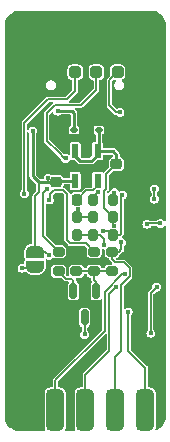
<source format=gbl>
G04 EasyEDA Pro v1.9.28, 2023-01-14 19:19:00*
G04 Gerber Generator version 0.3*%TF.GenerationSoftware,KiCad,Pcbnew,8.0.1*%
%TF.CreationDate,2024-08-06T23:31:19+08:00*%
%TF.ProjectId,ST-Link-V2.1,53542d4c-696e-46b2-9d56-322e312e6b69,rev?*%
%TF.SameCoordinates,Original*%
%TF.FileFunction,Copper,L2,Bot*%
%TF.FilePolarity,Positive*%
%FSLAX46Y46*%
G04 Gerber Fmt 4.6, Leading zero omitted, Abs format (unit mm)*
G04 Created by KiCad (PCBNEW 8.0.1) date 2024-08-06 23:31:19*
%MOMM*%
%LPD*%
G01*
G04 APERTURE LIST*
G04 Aperture macros list*
%AMRoundRect*
0 Rectangle with rounded corners*
0 $1 Rounding radius*
0 $2 $3 $4 $5 $6 $7 $8 $9 X,Y pos of 4 corners*
0 Add a 4 corners polygon primitive as box body*
4,1,4,$2,$3,$4,$5,$6,$7,$8,$9,$2,$3,0*
0 Add four circle primitives for the rounded corners*
1,1,$1+$1,$2,$3*
1,1,$1+$1,$4,$5*
1,1,$1+$1,$6,$7*
1,1,$1+$1,$8,$9*
0 Add four rect primitives between the rounded corners*
20,1,$1+$1,$2,$3,$4,$5,0*
20,1,$1+$1,$4,$5,$6,$7,0*
20,1,$1+$1,$6,$7,$8,$9,0*
20,1,$1+$1,$8,$9,$2,$3,0*%
%AMFreePoly0*
4,1,19,0.500000,-0.750000,0.000000,-0.750000,0.000000,-0.744911,-0.071157,-0.744911,-0.207708,-0.704816,-0.327430,-0.627875,-0.420627,-0.520320,-0.479746,-0.390866,-0.500000,-0.250000,-0.500000,0.250000,-0.479746,0.390866,-0.420627,0.520320,-0.327430,0.627875,-0.207708,0.704816,-0.071157,0.744911,0.000000,0.744911,0.000000,0.750000,0.500000,0.750000,0.500000,-0.750000,0.500000,-0.750000,
$1*%
%AMFreePoly1*
4,1,19,0.000000,0.744911,0.071157,0.744911,0.207708,0.704816,0.327430,0.627875,0.420627,0.520320,0.479746,0.390866,0.500000,0.250000,0.500000,-0.250000,0.479746,-0.390866,0.420627,-0.520320,0.327430,-0.627875,0.207708,-0.704816,0.071157,-0.744911,0.000000,-0.744911,0.000000,-0.750000,-0.500000,-0.750000,-0.500000,0.750000,0.000000,0.750000,0.000000,0.744911,0.000000,0.744911,
$1*%
G04 Aperture macros list end*
%TA.AperFunction,SMDPad,CuDef*%
%ADD10RoundRect,0.250000X0.250000X0.250000X-0.250000X0.250000X-0.250000X-0.250000X0.250000X-0.250000X0*%
%TD*%
%TA.AperFunction,SMDPad,CuDef*%
%ADD11R,0.600000X1.200000*%
%TD*%
%TA.AperFunction,SMDPad,CuDef*%
%ADD12RoundRect,0.375000X0.375000X1.375000X-0.375000X1.375000X-0.375000X-1.375000X0.375000X-1.375000X0*%
%TD*%
%TA.AperFunction,SMDPad,CuDef*%
%ADD13RoundRect,0.150000X-0.150000X0.512500X-0.150000X-0.512500X0.150000X-0.512500X0.150000X0.512500X0*%
%TD*%
%TA.AperFunction,SMDPad,CuDef*%
%ADD14RoundRect,0.200000X0.200000X0.275000X-0.200000X0.275000X-0.200000X-0.275000X0.200000X-0.275000X0*%
%TD*%
%TA.AperFunction,SMDPad,CuDef*%
%ADD15RoundRect,0.200000X-0.200000X-0.275000X0.200000X-0.275000X0.200000X0.275000X-0.200000X0.275000X0*%
%TD*%
%TA.AperFunction,SMDPad,CuDef*%
%ADD16RoundRect,0.200000X-0.275000X0.200000X-0.275000X-0.200000X0.275000X-0.200000X0.275000X0.200000X0*%
%TD*%
%TA.AperFunction,SMDPad,CuDef*%
%ADD17RoundRect,0.200000X0.275000X-0.200000X0.275000X0.200000X-0.275000X0.200000X-0.275000X-0.200000X0*%
%TD*%
%TA.AperFunction,SMDPad,CuDef*%
%ADD18FreePoly0,90.000000*%
%TD*%
%TA.AperFunction,SMDPad,CuDef*%
%ADD19FreePoly1,90.000000*%
%TD*%
%TA.AperFunction,ComponentPad*%
%ADD20O,1.000000X2.100000*%
%TD*%
%TA.AperFunction,ComponentPad*%
%ADD21O,1.000000X1.600000*%
%TD*%
%TA.AperFunction,SMDPad,CuDef*%
%ADD22RoundRect,0.112500X0.187500X0.112500X-0.187500X0.112500X-0.187500X-0.112500X0.187500X-0.112500X0*%
%TD*%
%TA.AperFunction,SMDPad,CuDef*%
%ADD23RoundRect,0.225000X-0.225000X-0.250000X0.225000X-0.250000X0.225000X0.250000X-0.225000X0.250000X0*%
%TD*%
%TA.AperFunction,SMDPad,CuDef*%
%ADD24RoundRect,0.225000X0.250000X-0.225000X0.250000X0.225000X-0.250000X0.225000X-0.250000X-0.225000X0*%
%TD*%
%TA.AperFunction,ViaPad*%
%ADD25C,0.450000*%
%TD*%
%TA.AperFunction,Conductor*%
%ADD26C,0.150000*%
%TD*%
%TA.AperFunction,Conductor*%
%ADD27C,0.250000*%
%TD*%
G04 APERTURE END LIST*
D10*
%TO.P,J4,1,Pin_1*%
%TO.N,+3.3V*%
X61800000Y-38400000D03*
%TO.P,J4,2,Pin_2*%
%TO.N,/SWDIO*%
X60000000Y-38400000D03*
%TO.P,J4,3,Pin_3*%
%TO.N,/SWCLK*%
X58200000Y-38400000D03*
%TO.P,J4,4,Pin_4*%
%TO.N,GND*%
X56400000Y-38400000D03*
%TD*%
D11*
%TO.P,IC1,1,IN*%
%TO.N,+5V*%
X58215000Y-45100000D03*
%TO.P,IC1,2,GND*%
%TO.N,GND*%
X59165000Y-45100000D03*
%TO.P,IC1,3,ON/~{OFF}*%
%TO.N,+5V*%
X60115000Y-45100000D03*
%TO.P,IC1,4,BYPASS*%
%TO.N,Net-(IC1-BYPASS)*%
X60115000Y-47600000D03*
%TO.P,IC1,5,OUT*%
%TO.N,+3.3V*%
X58215000Y-47600000D03*
%TD*%
D12*
%TO.P,J3,1,Pin_1*%
%TO.N,+3.3V*%
X64145000Y-67000000D03*
%TO.P,J3,2,Pin_2*%
%TO.N,+5V*%
X61605000Y-67000000D03*
%TO.P,J3,3,Pin_3*%
%TO.N,/STLK_RX*%
X59065000Y-67000000D03*
%TO.P,J3,4,Pin_4*%
%TO.N,/STLK_TX*%
X56525000Y-67000000D03*
%TO.P,J3,5,Pin_5*%
%TO.N,GND*%
X53985000Y-67000000D03*
%TD*%
D13*
%TO.P,Q1,1,E*%
%TO.N,Net-(Q1-E)*%
X58065000Y-56900000D03*
%TO.P,Q1,2,B*%
%TO.N,Net-(Q1-B)*%
X59965000Y-56900000D03*
%TO.P,Q1,3,C*%
%TO.N,+3.3V*%
X59015000Y-59175000D03*
%TD*%
D14*
%TO.P,R16,2*%
%TO.N,GND*%
X56752500Y-50700000D03*
%TO.P,R16,1*%
%TO.N,/PWR_EXT*%
X58402500Y-50700000D03*
%TD*%
%TO.P,R15,2*%
%TO.N,/PWR_EXT*%
X59727500Y-50700000D03*
%TO.P,R15,1*%
%TO.N,+5V*%
X61377500Y-50700000D03*
%TD*%
D15*
%TO.P,R14,1*%
%TO.N,/T_JTMS*%
X59727500Y-49200000D03*
%TO.P,R14,2*%
%TO.N,/T_SWDIO_IN*%
X61377500Y-49200000D03*
%TD*%
D16*
%TO.P,R13,1*%
%TO.N,GND*%
X58315000Y-53600000D03*
%TO.P,R13,2*%
%TO.N,Net-(Q1-B)*%
X58315000Y-55250000D03*
%TD*%
D17*
%TO.P,R12,1*%
%TO.N,Net-(Q1-B)*%
X59815000Y-55250000D03*
%TO.P,R12,2*%
%TO.N,/USB_RENUMn*%
X59815000Y-53600000D03*
%TD*%
%TO.P,R11,1*%
%TO.N,Net-(Q1-B)*%
X61325000Y-55250000D03*
%TO.P,R11,2*%
%TO.N,+5V*%
X61325000Y-53600000D03*
%TD*%
D16*
%TO.P,R10,1*%
%TO.N,/USB_DP*%
X56815000Y-53600000D03*
%TO.P,R10,2*%
%TO.N,Net-(Q1-E)*%
X56815000Y-55250000D03*
%TD*%
D14*
%TO.P,R9,2*%
%TO.N,GND*%
X56752500Y-52200000D03*
%TO.P,R9,1*%
%TO.N,/AIN*%
X58402500Y-52200000D03*
%TD*%
%TO.P,R8,2*%
%TO.N,/AIN*%
X59727500Y-52200000D03*
%TO.P,R8,1*%
%TO.N,+3.3V*%
X61377500Y-52200000D03*
%TD*%
D18*
%TO.P,JP1,1,A*%
%TO.N,/BOOT0*%
X54815000Y-54900000D03*
D19*
%TO.P,JP1,2,B*%
%TO.N,+3.3V*%
X54815000Y-53600000D03*
%TD*%
D20*
%TO.P,J1,S1,SHIELD*%
%TO.N,GND*%
X63385000Y-40020000D03*
D21*
X63385000Y-35840000D03*
D20*
X54745000Y-40020000D03*
D21*
X54745000Y-35840000D03*
%TD*%
D22*
%TO.P,D1,1,K*%
%TO.N,+5V*%
X60215000Y-43300000D03*
%TO.P,D1,2,A*%
%TO.N,Net-(D1-A)*%
X58115000Y-43300000D03*
%TD*%
D23*
%TO.P,C9,2*%
%TO.N,Net-(IC1-BYPASS)*%
X58352500Y-49200000D03*
%TO.P,C9,1*%
%TO.N,GND*%
X56802500Y-49200000D03*
%TD*%
D24*
%TO.P,C8,2*%
%TO.N,GND*%
X56615000Y-46175000D03*
%TO.P,C8,1*%
%TO.N,+3.3V*%
X56615000Y-47725000D03*
%TD*%
%TO.P,C7,2*%
%TO.N,+5V*%
X61690000Y-46175000D03*
%TO.P,C7,1*%
%TO.N,GND*%
X61690000Y-47725000D03*
%TD*%
D25*
%TO.N,GND*%
X60200000Y-60100000D03*
X59600000Y-60100000D03*
X58400000Y-60100000D03*
X57800000Y-60100000D03*
%TO.N,+3.3V*%
X62000000Y-41800000D03*
%TO.N,GND*%
X55800000Y-46200000D03*
X55800000Y-45700000D03*
X55800000Y-45200000D03*
%TO.N,/SWDIO*%
X57400000Y-45700000D03*
%TO.N,/SWCLK*%
X53900000Y-48700000D03*
%TO.N,GND*%
X63300000Y-61500000D03*
X63900000Y-60900000D03*
X63300000Y-60900000D03*
X65100000Y-58600000D03*
X63400000Y-58700000D03*
X60615000Y-61700000D03*
X60615000Y-61200000D03*
X64415000Y-50200000D03*
X64415000Y-49700000D03*
X57715000Y-66300000D03*
X57715000Y-66966668D03*
X57715000Y-67633334D03*
X57715000Y-68300000D03*
X55315000Y-66300000D03*
X55315000Y-66966668D03*
X55315000Y-67633334D03*
X55315000Y-68300000D03*
%TO.N,/T_JTMS*%
X64615000Y-60500000D03*
X65115000Y-56600000D03*
X64915000Y-49150000D03*
X64915000Y-48300000D03*
%TO.N,/T_NRST*%
X65415000Y-51200000D03*
X64290000Y-51270498D03*
%TO.N,/STLK_TX*%
X62415000Y-55500000D03*
%TO.N,/STLK_RX*%
X61677012Y-56604836D03*
%TO.N,+3.3V*%
X62700000Y-58700000D03*
%TO.N,GND*%
X63415000Y-45000000D03*
X62748334Y-45000000D03*
X62081668Y-45000000D03*
X59115000Y-54500000D03*
%TO.N,+3.3V*%
X59015000Y-60600000D03*
%TO.N,/USB_DP*%
X55815000Y-48300000D03*
%TO.N,+5V*%
X62115000Y-52800000D03*
X61515000Y-51400000D03*
%TO.N,/BOOT0*%
X53715000Y-55000000D03*
%TO.N,+3.3V*%
X55955920Y-53910046D03*
X60536881Y-51867179D03*
X62215000Y-48800000D03*
X55915000Y-47400000D03*
%TO.N,/T_SWDIO_IN*%
X61515000Y-48600000D03*
%TO.N,Net-(D1-A)*%
X56715000Y-41700000D03*
%TO.N,+3.3V*%
X54615000Y-43375000D03*
%TO.N,/AIN*%
X60615000Y-53000000D03*
%TO.N,/USB_RENUMn*%
X56027500Y-49221716D03*
%TO.N,/PWR_EXT*%
X58415000Y-50000000D03*
%TO.N,/T_JTMS*%
X60105534Y-48575152D03*
%TD*%
D26*
%TO.N,+3.3V*%
X59015000Y-59175000D02*
X59015000Y-60600000D01*
X61100000Y-39100000D02*
X61800000Y-38400000D01*
X61700000Y-41800000D02*
X61100000Y-41200000D01*
X61100000Y-41200000D02*
X61100000Y-39100000D01*
X62000000Y-41800000D02*
X61700000Y-41800000D01*
%TO.N,/SWDIO*%
X57300000Y-45700000D02*
X57400000Y-45700000D01*
X56800000Y-45200000D02*
X57300000Y-45700000D01*
X55800000Y-44200000D02*
X56800000Y-45200000D01*
X55800000Y-41900000D02*
X55800000Y-43200000D01*
X55800000Y-43200000D02*
X55800000Y-44200000D01*
X58700000Y-41200000D02*
X56500000Y-41200000D01*
X59300000Y-40600000D02*
X58700000Y-41200000D01*
X56500000Y-41200000D02*
X55800000Y-41900000D01*
X60000000Y-39900000D02*
X59300000Y-40600000D01*
X60000000Y-38400000D02*
X60000000Y-39900000D01*
%TO.N,/SWCLK*%
X53900000Y-42700000D02*
X53900000Y-48700000D01*
X55900000Y-40700000D02*
X53900000Y-42700000D01*
X57500000Y-40700000D02*
X55900000Y-40700000D01*
X58200000Y-40000000D02*
X57500000Y-40700000D01*
X58200000Y-38400000D02*
X58200000Y-40000000D01*
%TO.N,/STLK_RX*%
X61115000Y-61985000D02*
X59065000Y-64035000D01*
X61115000Y-57166848D02*
X61115000Y-61985000D01*
X59065000Y-64035000D02*
X59065000Y-67000000D01*
X61677012Y-56604836D02*
X61115000Y-57166848D01*
%TO.N,+5V*%
X61600000Y-62500000D02*
X61600000Y-66995000D01*
X62077012Y-62022988D02*
X61600000Y-62500000D01*
X61600000Y-66995000D02*
X61605000Y-67000000D01*
X62815000Y-55000000D02*
X62815000Y-55685000D01*
X61615000Y-54500000D02*
X62315000Y-54500000D01*
X61315000Y-54200000D02*
X61615000Y-54500000D01*
X62315000Y-54500000D02*
X62815000Y-55000000D01*
X62077012Y-56422988D02*
X62077012Y-62022988D01*
X61325000Y-54190000D02*
X61315000Y-54200000D01*
X61325000Y-53600000D02*
X61325000Y-54190000D01*
X62815000Y-55685000D02*
X62077012Y-56422988D01*
%TO.N,+3.3V*%
X64145000Y-63445000D02*
X64145000Y-67000000D01*
X62700000Y-62000000D02*
X64145000Y-63445000D01*
X62700000Y-58700000D02*
X62700000Y-62000000D01*
%TO.N,/T_JTMS*%
X65115000Y-56600000D02*
X64615000Y-57100000D01*
X64615000Y-57100000D02*
X64615000Y-60500000D01*
%TO.N,/T_NRST*%
X64360498Y-51200000D02*
X65415000Y-51200000D01*
X64290000Y-51270498D02*
X64360498Y-51200000D01*
%TO.N,/T_JTMS*%
X64915000Y-48300000D02*
X64915000Y-49150000D01*
%TO.N,/STLK_TX*%
X56525000Y-64490000D02*
X56525000Y-67000000D01*
X60715000Y-60300000D02*
X56525000Y-64490000D01*
X62215000Y-55500000D02*
X60715000Y-57000000D01*
X60715000Y-57000000D02*
X60715000Y-60300000D01*
X62415000Y-55500000D02*
X62215000Y-55500000D01*
%TO.N,/USB_DP*%
X55515000Y-48600000D02*
X55815000Y-48300000D01*
X55515000Y-49700000D02*
X55515000Y-48600000D01*
X55515000Y-52300000D02*
X55515000Y-49700000D01*
X56815000Y-53600000D02*
X55515000Y-52300000D01*
%TO.N,+5V*%
X61915000Y-53600000D02*
X61325000Y-53600000D01*
X62115000Y-53400000D02*
X61915000Y-53600000D01*
X62115000Y-52800000D02*
X62115000Y-53400000D01*
X61377500Y-51262500D02*
X61515000Y-51400000D01*
X61377500Y-50700000D02*
X61377500Y-51262500D01*
X60815000Y-47050000D02*
X61690000Y-46175000D01*
X60815000Y-48300000D02*
X60815000Y-47050000D01*
X60615000Y-48500000D02*
X60815000Y-48300000D01*
X61377500Y-50700000D02*
X60615000Y-49937500D01*
X60615000Y-49937500D02*
X60615000Y-48500000D01*
%TO.N,/T_JTMS*%
X60105534Y-48575152D02*
X59727500Y-48953186D01*
X59727500Y-48953186D02*
X59727500Y-49200000D01*
%TO.N,/AIN*%
X60615000Y-53000000D02*
X60615000Y-52500000D01*
X60615000Y-52500000D02*
X60315000Y-52200000D01*
X60315000Y-52200000D02*
X59727500Y-52200000D01*
%TO.N,+3.3V*%
X62215000Y-48800000D02*
X62115000Y-48900000D01*
X62015000Y-52200000D02*
X61377500Y-52200000D01*
X62115000Y-48900000D02*
X62115000Y-52100000D01*
X62115000Y-52100000D02*
X62015000Y-52200000D01*
%TO.N,/BOOT0*%
X54715000Y-55000000D02*
X54815000Y-54900000D01*
X53715000Y-55000000D02*
X54715000Y-55000000D01*
%TO.N,+3.3V*%
X55645874Y-53600000D02*
X55955920Y-53910046D01*
X54815000Y-53600000D02*
X55645874Y-53600000D01*
X54815000Y-48900000D02*
X55140000Y-48575000D01*
X54815000Y-53600000D02*
X54815000Y-48900000D01*
X55140000Y-48575000D02*
X55140000Y-47725000D01*
X61044679Y-51867179D02*
X61377500Y-52200000D01*
X60536881Y-51867179D02*
X61044679Y-51867179D01*
%TO.N,/T_SWDIO_IN*%
X61515000Y-48600000D02*
X61515000Y-49062500D01*
X61515000Y-49062500D02*
X61377500Y-49200000D01*
D27*
%TO.N,+3.3V*%
X55140000Y-47725000D02*
X55915000Y-47725000D01*
X55915000Y-47725000D02*
X56615000Y-47725000D01*
D26*
X55915000Y-47400000D02*
X55915000Y-47725000D01*
D27*
%TO.N,+5V*%
X61690000Y-45375000D02*
X61690000Y-46175000D01*
X61415000Y-45100000D02*
X61690000Y-45375000D01*
X60115000Y-45100000D02*
X61415000Y-45100000D01*
X60115000Y-45400000D02*
X60115000Y-45100000D01*
X58215000Y-45500000D02*
X58640000Y-45925000D01*
X58640000Y-45925000D02*
X59590000Y-45925000D01*
X58215000Y-45100000D02*
X58215000Y-45500000D01*
X59590000Y-45925000D02*
X60115000Y-45400000D01*
X60215000Y-45000000D02*
X60115000Y-45100000D01*
X60215000Y-43300000D02*
X60215000Y-45000000D01*
%TO.N,Net-(D1-A)*%
X57915000Y-41700000D02*
X58115000Y-41900000D01*
X56715000Y-41700000D02*
X57915000Y-41700000D01*
X58115000Y-41900000D02*
X58115000Y-43300000D01*
%TO.N,+3.3V*%
X54615000Y-47200000D02*
X55140000Y-47725000D01*
X54615000Y-43375000D02*
X54615000Y-47200000D01*
X56740000Y-47600000D02*
X56615000Y-47725000D01*
X58215000Y-47600000D02*
X56740000Y-47600000D01*
D26*
%TO.N,/USB_RENUMn*%
X59115000Y-52900000D02*
X59815000Y-53600000D01*
X57515000Y-52600000D02*
X57815000Y-52900000D01*
X57515000Y-48700000D02*
X57515000Y-52600000D01*
X57215000Y-48400000D02*
X57515000Y-48700000D01*
X56115000Y-48700000D02*
X56415000Y-48400000D01*
X56115000Y-49134216D02*
X56115000Y-48700000D01*
X57815000Y-52900000D02*
X59115000Y-52900000D01*
X56415000Y-48400000D02*
X57215000Y-48400000D01*
X56027500Y-49221716D02*
X56115000Y-49134216D01*
%TO.N,Net-(Q1-E)*%
X57915000Y-55900000D02*
X58065000Y-56050000D01*
X57465000Y-55900000D02*
X57915000Y-55900000D01*
X56815000Y-55250000D02*
X57465000Y-55900000D01*
X58065000Y-56050000D02*
X58065000Y-56900000D01*
%TO.N,Net-(Q1-B)*%
X59965000Y-56150000D02*
X59815000Y-56000000D01*
X59815000Y-56000000D02*
X59815000Y-55250000D01*
X59965000Y-56900000D02*
X59965000Y-56150000D01*
X61325000Y-55250000D02*
X58315000Y-55250000D01*
%TO.N,/AIN*%
X58402500Y-52200000D02*
X59727500Y-52200000D01*
%TO.N,/PWR_EXT*%
X59727500Y-50700000D02*
X58402500Y-50700000D01*
X58415000Y-50000000D02*
X58415000Y-50687500D01*
X58415000Y-50687500D02*
X58402500Y-50700000D01*
%TO.N,Net-(IC1-BYPASS)*%
X60115000Y-48000000D02*
X60115000Y-47600000D01*
X59152500Y-48400000D02*
X59715000Y-48400000D01*
X59715000Y-48400000D02*
X60115000Y-48000000D01*
X58352500Y-49200000D02*
X59152500Y-48400000D01*
%TD*%
%TA.AperFunction,Conductor*%
%TO.N,GND*%
G36*
X64963422Y-33252545D02*
G01*
X65005944Y-33262755D01*
X65016988Y-33266344D01*
X65194613Y-33339924D01*
X65204943Y-33345187D01*
X65368894Y-33445662D01*
X65378276Y-33452479D01*
X65524472Y-33577347D01*
X65532683Y-33585558D01*
X65657546Y-33731759D01*
X65664371Y-33741153D01*
X65764827Y-33905088D01*
X65770098Y-33915434D01*
X65843672Y-34093060D01*
X65847260Y-34104103D01*
X65862455Y-34167394D01*
X65864500Y-34184669D01*
X65864500Y-50946851D01*
X65842826Y-50999177D01*
X65790500Y-51020851D01*
X65738174Y-50999177D01*
X65724568Y-50980451D01*
X65722573Y-50976535D01*
X65638465Y-50892427D01*
X65586484Y-50865941D01*
X65532483Y-50838426D01*
X65415000Y-50819819D01*
X65297517Y-50838426D01*
X65297516Y-50838426D01*
X65191533Y-50892428D01*
X65131136Y-50952826D01*
X65078810Y-50974500D01*
X64553440Y-50974500D01*
X64519688Y-50963536D01*
X64518653Y-50965569D01*
X64513466Y-50962926D01*
X64513465Y-50962925D01*
X64459295Y-50935324D01*
X64407483Y-50908924D01*
X64290000Y-50890317D01*
X64172517Y-50908924D01*
X64172516Y-50908924D01*
X64066533Y-50962926D01*
X63982428Y-51047031D01*
X63928426Y-51153014D01*
X63928426Y-51153015D01*
X63909819Y-51270498D01*
X63928426Y-51387980D01*
X63928426Y-51387981D01*
X63934465Y-51399833D01*
X63982427Y-51493963D01*
X64066535Y-51578071D01*
X64172518Y-51632072D01*
X64290000Y-51650679D01*
X64407482Y-51632072D01*
X64513465Y-51578071D01*
X64597573Y-51493963D01*
X64611870Y-51465904D01*
X64654937Y-51429122D01*
X64677804Y-51425500D01*
X65078810Y-51425500D01*
X65131136Y-51447174D01*
X65191535Y-51507573D01*
X65297518Y-51561574D01*
X65415000Y-51580181D01*
X65532482Y-51561574D01*
X65638465Y-51507573D01*
X65722573Y-51423465D01*
X65724566Y-51419552D01*
X65767632Y-51382770D01*
X65824094Y-51387213D01*
X65860878Y-51430280D01*
X65864500Y-51453148D01*
X65864500Y-67815545D01*
X65862455Y-67832820D01*
X65847308Y-67895911D01*
X65843720Y-67906954D01*
X65770144Y-68084588D01*
X65764873Y-68094934D01*
X65664412Y-68258876D01*
X65657587Y-68268270D01*
X65532719Y-68414477D01*
X65524508Y-68422688D01*
X65378310Y-68547557D01*
X65368916Y-68554382D01*
X65204976Y-68654850D01*
X65194630Y-68660122D01*
X65090216Y-68703375D01*
X65033579Y-68703377D01*
X64993530Y-68663329D01*
X64993056Y-68607861D01*
X65016846Y-68547536D01*
X65035359Y-68500590D01*
X65044717Y-68422667D01*
X65045500Y-68416145D01*
X65045500Y-65583854D01*
X65043325Y-65565746D01*
X65035359Y-65499410D01*
X64982364Y-65365025D01*
X64895078Y-65249922D01*
X64779975Y-65162636D01*
X64779974Y-65162635D01*
X64779972Y-65162634D01*
X64645590Y-65109641D01*
X64561145Y-65099500D01*
X64561144Y-65099500D01*
X64444500Y-65099500D01*
X64392174Y-65077826D01*
X64370500Y-65025500D01*
X64370500Y-63498475D01*
X64370501Y-63498466D01*
X64370501Y-63400146D01*
X64336170Y-63317265D01*
X64336169Y-63317263D01*
X64268521Y-63249615D01*
X64268514Y-63249609D01*
X62947174Y-61928269D01*
X62925500Y-61875943D01*
X62925500Y-60500000D01*
X64234819Y-60500000D01*
X64253426Y-60617482D01*
X64253426Y-60617483D01*
X64256266Y-60623056D01*
X64307427Y-60723465D01*
X64391535Y-60807573D01*
X64497518Y-60861574D01*
X64615000Y-60880181D01*
X64732482Y-60861574D01*
X64838465Y-60807573D01*
X64922573Y-60723465D01*
X64976574Y-60617482D01*
X64995181Y-60500000D01*
X64976574Y-60382518D01*
X64922573Y-60276535D01*
X64862174Y-60216136D01*
X64840500Y-60163810D01*
X64840500Y-57224056D01*
X64862173Y-57171731D01*
X65035441Y-56998462D01*
X65087766Y-56976789D01*
X65099340Y-56977700D01*
X65110706Y-56979500D01*
X65114999Y-56980181D01*
X65115000Y-56980181D01*
X65232482Y-56961574D01*
X65338465Y-56907573D01*
X65422573Y-56823465D01*
X65476574Y-56717482D01*
X65495181Y-56600000D01*
X65476574Y-56482518D01*
X65422573Y-56376535D01*
X65338465Y-56292427D01*
X65286484Y-56265941D01*
X65232483Y-56238426D01*
X65115000Y-56219819D01*
X64997517Y-56238426D01*
X64997516Y-56238426D01*
X64891533Y-56292428D01*
X64807428Y-56376533D01*
X64753426Y-56482516D01*
X64753426Y-56482517D01*
X64734819Y-56600000D01*
X64734819Y-56600003D01*
X64737298Y-56615658D01*
X64724075Y-56670730D01*
X64716535Y-56679558D01*
X64487265Y-56908829D01*
X64423831Y-56972263D01*
X64423830Y-56972265D01*
X64389499Y-57055144D01*
X64389499Y-57153466D01*
X64389500Y-57153475D01*
X64389500Y-60163810D01*
X64367826Y-60216136D01*
X64307428Y-60276533D01*
X64253426Y-60382516D01*
X64253426Y-60382517D01*
X64234819Y-60500000D01*
X62925500Y-60500000D01*
X62925500Y-59036190D01*
X62947174Y-58983864D01*
X62971162Y-58959876D01*
X63007573Y-58923465D01*
X63061574Y-58817482D01*
X63080181Y-58700000D01*
X63061574Y-58582518D01*
X63007573Y-58476535D01*
X62923465Y-58392427D01*
X62863749Y-58362000D01*
X62817483Y-58338426D01*
X62700000Y-58319819D01*
X62582517Y-58338426D01*
X62582516Y-58338426D01*
X62476533Y-58392428D01*
X62428838Y-58440124D01*
X62376512Y-58461798D01*
X62324186Y-58440124D01*
X62302512Y-58387798D01*
X62302512Y-56547044D01*
X62324185Y-56494719D01*
X62932327Y-55886576D01*
X62932330Y-55886575D01*
X62942735Y-55876170D01*
X62942736Y-55876170D01*
X63006170Y-55812736D01*
X63028215Y-55759515D01*
X63040501Y-55729854D01*
X63040501Y-55640145D01*
X63040501Y-55634187D01*
X63040500Y-55634173D01*
X63040500Y-55053475D01*
X63040501Y-55053466D01*
X63040501Y-54955146D01*
X63006170Y-54872265D01*
X63006169Y-54872263D01*
X62938521Y-54804615D01*
X62938514Y-54804609D01*
X62516578Y-54382673D01*
X62516578Y-54382672D01*
X62442738Y-54308832D01*
X62442736Y-54308830D01*
X62418460Y-54298774D01*
X62418458Y-54298773D01*
X62418458Y-54298772D01*
X62359855Y-54274499D01*
X62270145Y-54274499D01*
X62261533Y-54274499D01*
X62261525Y-54274500D01*
X61747300Y-54274500D01*
X61694974Y-54252826D01*
X61673300Y-54200500D01*
X61694974Y-54148174D01*
X61714800Y-54134019D01*
X61744620Y-54119440D01*
X61806483Y-54089198D01*
X61889198Y-54006483D01*
X61940573Y-53901393D01*
X61945040Y-53870731D01*
X61974030Y-53822079D01*
X61989941Y-53813038D01*
X62018460Y-53801225D01*
X62042736Y-53791170D01*
X62106170Y-53727736D01*
X62106170Y-53727735D01*
X62116575Y-53717330D01*
X62116577Y-53717327D01*
X62232327Y-53601577D01*
X62232330Y-53601575D01*
X62242735Y-53591170D01*
X62242736Y-53591170D01*
X62306170Y-53527736D01*
X62314658Y-53507243D01*
X62329147Y-53472265D01*
X62329147Y-53472264D01*
X62340501Y-53444854D01*
X62340501Y-53349187D01*
X62340500Y-53349173D01*
X62340500Y-53136190D01*
X62362174Y-53083864D01*
X62392305Y-53053733D01*
X62422573Y-53023465D01*
X62476574Y-52917482D01*
X62495181Y-52800000D01*
X62476574Y-52682518D01*
X62422573Y-52576535D01*
X62338465Y-52492427D01*
X62301707Y-52473698D01*
X62232474Y-52438421D01*
X62195692Y-52395354D01*
X62198818Y-52355636D01*
X62196341Y-52355141D01*
X62196342Y-52355136D01*
X62199291Y-52349625D01*
X62200136Y-52338891D01*
X62213753Y-52320152D01*
X62216575Y-52317330D01*
X62216576Y-52317327D01*
X62306170Y-52227736D01*
X62340500Y-52144855D01*
X62340500Y-52055146D01*
X62340500Y-49202835D01*
X62362174Y-49150509D01*
X62362875Y-49150000D01*
X64534819Y-49150000D01*
X64553426Y-49267482D01*
X64553426Y-49267483D01*
X64580941Y-49321484D01*
X64607427Y-49373465D01*
X64691535Y-49457573D01*
X64797518Y-49511574D01*
X64915000Y-49530181D01*
X65032482Y-49511574D01*
X65138465Y-49457573D01*
X65222573Y-49373465D01*
X65276574Y-49267482D01*
X65295181Y-49150000D01*
X65276574Y-49032518D01*
X65222573Y-48926535D01*
X65162174Y-48866136D01*
X65140500Y-48813810D01*
X65140500Y-48636190D01*
X65162174Y-48583864D01*
X65191948Y-48554090D01*
X65222573Y-48523465D01*
X65276574Y-48417482D01*
X65295181Y-48300000D01*
X65276574Y-48182518D01*
X65222573Y-48076535D01*
X65138465Y-47992427D01*
X65086484Y-47965941D01*
X65032483Y-47938426D01*
X64915000Y-47919819D01*
X64797517Y-47938426D01*
X64797516Y-47938426D01*
X64691533Y-47992428D01*
X64607428Y-48076533D01*
X64553426Y-48182516D01*
X64553426Y-48182517D01*
X64534819Y-48300000D01*
X64553426Y-48417482D01*
X64553426Y-48417483D01*
X64558652Y-48427739D01*
X64597822Y-48504615D01*
X64607428Y-48523466D01*
X64667826Y-48583864D01*
X64689500Y-48636190D01*
X64689500Y-48813810D01*
X64667826Y-48866136D01*
X64607428Y-48926533D01*
X64553426Y-49032516D01*
X64553426Y-49032517D01*
X64534819Y-49150000D01*
X62362875Y-49150000D01*
X62380904Y-49136901D01*
X62438465Y-49107573D01*
X62522573Y-49023465D01*
X62576574Y-48917482D01*
X62595181Y-48800000D01*
X62576574Y-48682518D01*
X62522573Y-48576535D01*
X62438465Y-48492427D01*
X62386484Y-48465941D01*
X62332483Y-48438426D01*
X62215000Y-48419819D01*
X62097517Y-48438426D01*
X62097516Y-48438426D01*
X61991532Y-48492428D01*
X61991531Y-48492429D01*
X61990738Y-48493223D01*
X61990043Y-48493510D01*
X61986819Y-48495853D01*
X61986256Y-48495078D01*
X61938409Y-48514892D01*
X61886086Y-48493213D01*
X61872483Y-48474488D01*
X61848661Y-48427736D01*
X61822573Y-48376535D01*
X61738465Y-48292427D01*
X61653602Y-48249187D01*
X61632483Y-48238426D01*
X61515000Y-48219819D01*
X61397517Y-48238426D01*
X61397516Y-48238426D01*
X61291533Y-48292428D01*
X61207427Y-48376534D01*
X61207427Y-48376535D01*
X61153427Y-48482515D01*
X61153425Y-48482520D01*
X61147250Y-48521506D01*
X61117656Y-48569796D01*
X61084837Y-48583154D01*
X61076108Y-48584426D01*
X61076103Y-48584428D01*
X61031119Y-48606419D01*
X60974590Y-48609928D01*
X60932138Y-48572438D01*
X60928629Y-48515909D01*
X60946294Y-48487612D01*
X61006167Y-48427739D01*
X61006170Y-48427736D01*
X61036238Y-48355145D01*
X61040501Y-48344854D01*
X61040501Y-48255145D01*
X61040501Y-48249187D01*
X61040500Y-48249173D01*
X61040500Y-47174057D01*
X61062174Y-47121731D01*
X61386731Y-46797174D01*
X61439057Y-46775500D01*
X61975630Y-46775500D01*
X61975636Y-46775500D01*
X62048625Y-46764866D01*
X62161211Y-46709826D01*
X62249826Y-46621211D01*
X62304866Y-46508625D01*
X62315500Y-46435636D01*
X62315500Y-45914364D01*
X62304866Y-45841375D01*
X62249826Y-45728789D01*
X62161211Y-45640174D01*
X62161210Y-45640173D01*
X62048626Y-45585134D01*
X62028830Y-45582250D01*
X61980176Y-45553257D01*
X61965500Y-45509023D01*
X61965500Y-45320201D01*
X61965500Y-45320200D01*
X61965342Y-45319819D01*
X61923558Y-45218942D01*
X61571058Y-44866443D01*
X61571057Y-44866442D01*
X61511742Y-44841873D01*
X61469800Y-44824500D01*
X61469799Y-44824500D01*
X60639500Y-44824500D01*
X60587174Y-44802826D01*
X60565500Y-44750500D01*
X60565500Y-44485180D01*
X60556767Y-44441278D01*
X60523504Y-44391496D01*
X60523383Y-44391415D01*
X60523302Y-44391294D01*
X60518351Y-44386343D01*
X60519336Y-44385357D01*
X60491921Y-44344320D01*
X60490500Y-44329889D01*
X60490500Y-43709560D01*
X60512174Y-43657234D01*
X60523383Y-43648035D01*
X60592112Y-43602112D01*
X60650240Y-43515117D01*
X60665500Y-43438401D01*
X60665499Y-43161600D01*
X60650240Y-43084883D01*
X60592112Y-42997888D01*
X60592109Y-42997886D01*
X60505117Y-42939760D01*
X60428401Y-42924500D01*
X60428399Y-42924500D01*
X60001600Y-42924500D01*
X59924882Y-42939760D01*
X59837888Y-42997887D01*
X59837887Y-42997888D01*
X59779760Y-43084882D01*
X59764500Y-43161600D01*
X59764500Y-43438399D01*
X59771909Y-43475645D01*
X59779760Y-43515117D01*
X59837888Y-43602112D01*
X59906612Y-43648032D01*
X59938078Y-43695123D01*
X59939500Y-43709560D01*
X59939500Y-44275500D01*
X59917826Y-44327826D01*
X59865500Y-44349500D01*
X59800180Y-44349500D01*
X59778229Y-44353866D01*
X59756277Y-44358233D01*
X59706496Y-44391495D01*
X59706495Y-44391496D01*
X59673233Y-44441277D01*
X59664500Y-44485180D01*
X59664500Y-45430232D01*
X59642826Y-45482558D01*
X59497559Y-45627826D01*
X59445233Y-45649500D01*
X58784768Y-45649500D01*
X58732442Y-45627826D01*
X58687174Y-45582558D01*
X58665500Y-45530232D01*
X58665500Y-44485180D01*
X58656767Y-44441278D01*
X58623504Y-44391496D01*
X58623016Y-44391170D01*
X58573722Y-44358233D01*
X58529820Y-44349500D01*
X57900180Y-44349500D01*
X57878229Y-44353866D01*
X57856277Y-44358233D01*
X57806496Y-44391495D01*
X57806495Y-44391496D01*
X57773233Y-44441277D01*
X57764500Y-44485180D01*
X57764500Y-45354810D01*
X57742826Y-45407136D01*
X57690500Y-45428810D01*
X57638174Y-45407136D01*
X57623466Y-45392428D01*
X57623465Y-45392427D01*
X57571484Y-45365941D01*
X57517483Y-45338426D01*
X57400000Y-45319819D01*
X57298015Y-45335971D01*
X57242942Y-45322749D01*
X57234113Y-45315208D01*
X56047174Y-44128269D01*
X56025500Y-44075943D01*
X56025500Y-42024056D01*
X56047173Y-41971731D01*
X56230762Y-41788142D01*
X56283086Y-41766469D01*
X56335412Y-41788143D01*
X56350346Y-41812513D01*
X56350781Y-41812292D01*
X56367548Y-41845198D01*
X56407427Y-41923465D01*
X56491535Y-42007573D01*
X56597518Y-42061574D01*
X56715000Y-42080181D01*
X56832482Y-42061574D01*
X56938465Y-42007573D01*
X56948864Y-41997174D01*
X57001190Y-41975500D01*
X57765500Y-41975500D01*
X57817826Y-41997174D01*
X57839500Y-42049500D01*
X57839500Y-42890438D01*
X57817826Y-42942764D01*
X57806613Y-42951966D01*
X57737889Y-42997886D01*
X57737887Y-42997888D01*
X57679760Y-43084882D01*
X57664500Y-43161600D01*
X57664500Y-43438399D01*
X57671909Y-43475645D01*
X57679760Y-43515117D01*
X57737888Y-43602112D01*
X57824883Y-43660240D01*
X57901599Y-43675500D01*
X58328400Y-43675499D01*
X58405117Y-43660240D01*
X58492112Y-43602112D01*
X58550240Y-43515117D01*
X58565500Y-43438401D01*
X58565499Y-43161600D01*
X58550240Y-43084883D01*
X58492112Y-42997888D01*
X58492111Y-42997887D01*
X58492110Y-42997886D01*
X58423387Y-42951966D01*
X58391922Y-42904874D01*
X58390500Y-42890438D01*
X58390500Y-41845200D01*
X58390499Y-41845198D01*
X58374882Y-41807494D01*
X58348559Y-41743944D01*
X58348557Y-41743941D01*
X58156441Y-41551826D01*
X58134767Y-41499500D01*
X58156441Y-41447174D01*
X58208767Y-41425500D01*
X58646525Y-41425500D01*
X58646533Y-41425501D01*
X58655145Y-41425501D01*
X58744854Y-41425501D01*
X58744855Y-41425501D01*
X58803460Y-41401225D01*
X58827736Y-41391170D01*
X58891170Y-41327736D01*
X58891170Y-41327735D01*
X58901575Y-41317330D01*
X58901576Y-41317327D01*
X58974047Y-41244856D01*
X60874499Y-41244856D01*
X60898773Y-41303458D01*
X60908829Y-41327734D01*
X60908832Y-41327738D01*
X60982671Y-41401577D01*
X60982673Y-41401578D01*
X61504609Y-41923514D01*
X61504612Y-41923518D01*
X61572263Y-41991169D01*
X61572266Y-41991171D01*
X61586759Y-41997174D01*
X61655145Y-42025500D01*
X61663810Y-42025500D01*
X61716136Y-42047174D01*
X61776535Y-42107573D01*
X61882518Y-42161574D01*
X62000000Y-42180181D01*
X62117482Y-42161574D01*
X62223465Y-42107573D01*
X62307573Y-42023465D01*
X62361574Y-41917482D01*
X62380181Y-41800000D01*
X62361574Y-41682518D01*
X62307573Y-41576535D01*
X62223465Y-41492427D01*
X62171484Y-41465941D01*
X62117483Y-41438426D01*
X62000000Y-41419819D01*
X61882517Y-41438426D01*
X61781244Y-41490027D01*
X61724781Y-41494470D01*
X61695323Y-41476418D01*
X61347174Y-41128269D01*
X61325500Y-41075943D01*
X61325500Y-39224057D01*
X61347174Y-39171731D01*
X61396332Y-39122573D01*
X61448591Y-39070313D01*
X61500916Y-39048640D01*
X61512493Y-39049551D01*
X61518481Y-39050500D01*
X61644100Y-39050499D01*
X61696425Y-39072173D01*
X61718100Y-39124498D01*
X61696426Y-39176824D01*
X61696426Y-39176825D01*
X61614515Y-39258736D01*
X61558499Y-39355758D01*
X61558495Y-39355767D01*
X61529500Y-39463979D01*
X61529500Y-39576020D01*
X61558495Y-39684232D01*
X61558496Y-39684235D01*
X61558497Y-39684237D01*
X61614515Y-39781263D01*
X61693737Y-39860485D01*
X61790763Y-39916503D01*
X61898979Y-39945499D01*
X61898980Y-39945500D01*
X61898982Y-39945500D01*
X62011020Y-39945500D01*
X62011020Y-39945499D01*
X62119237Y-39916503D01*
X62216263Y-39860485D01*
X62295485Y-39781263D01*
X62351503Y-39684237D01*
X62380499Y-39576020D01*
X62380500Y-39576020D01*
X62380500Y-39463980D01*
X62380499Y-39463979D01*
X62351504Y-39355767D01*
X62351503Y-39355763D01*
X62295485Y-39258737D01*
X62216263Y-39179515D01*
X62182724Y-39160151D01*
X62148245Y-39115217D01*
X62155638Y-39059065D01*
X62186128Y-39030131D01*
X62197773Y-39024197D01*
X62288342Y-38978050D01*
X62378050Y-38888342D01*
X62435646Y-38775304D01*
X62450500Y-38681519D01*
X62450499Y-38118482D01*
X62435646Y-38024696D01*
X62435646Y-38024695D01*
X62435645Y-38024693D01*
X62378049Y-37911657D01*
X62288343Y-37821951D01*
X62288342Y-37821950D01*
X62175304Y-37764354D01*
X62175302Y-37764353D01*
X62175301Y-37764353D01*
X62081519Y-37749500D01*
X61518480Y-37749500D01*
X61424695Y-37764353D01*
X61424693Y-37764354D01*
X61311657Y-37821950D01*
X61221951Y-37911656D01*
X61164353Y-38024698D01*
X61149500Y-38118480D01*
X61149500Y-38681519D01*
X61150449Y-38687506D01*
X61137227Y-38742578D01*
X61129686Y-38751407D01*
X60972265Y-38908829D01*
X60908830Y-38972263D01*
X60898774Y-38996536D01*
X60898774Y-38996539D01*
X60876424Y-39050499D01*
X60874499Y-39055146D01*
X60874499Y-39153466D01*
X60874500Y-39153475D01*
X60874500Y-41149173D01*
X60874499Y-41149187D01*
X60874499Y-41244856D01*
X58974047Y-41244856D01*
X59491170Y-40727735D01*
X59491169Y-40727735D01*
X60191170Y-40027736D01*
X60225500Y-39944855D01*
X60225500Y-39855146D01*
X60225500Y-39122573D01*
X60247174Y-39070247D01*
X60287924Y-39049484D01*
X60375304Y-39035646D01*
X60488342Y-38978050D01*
X60578050Y-38888342D01*
X60635646Y-38775304D01*
X60650500Y-38681519D01*
X60650499Y-38118482D01*
X60635646Y-38024696D01*
X60635646Y-38024695D01*
X60635645Y-38024693D01*
X60578049Y-37911657D01*
X60488343Y-37821951D01*
X60488342Y-37821950D01*
X60375304Y-37764354D01*
X60375302Y-37764353D01*
X60375301Y-37764353D01*
X60281519Y-37749500D01*
X59718480Y-37749500D01*
X59624695Y-37764353D01*
X59624693Y-37764354D01*
X59511657Y-37821950D01*
X59421951Y-37911656D01*
X59364353Y-38024698D01*
X59349500Y-38118480D01*
X59349500Y-38681519D01*
X59364353Y-38775304D01*
X59364354Y-38775306D01*
X59421950Y-38888342D01*
X59511658Y-38978050D01*
X59624696Y-39035646D01*
X59712077Y-39049485D01*
X59760367Y-39079077D01*
X59774500Y-39122574D01*
X59774500Y-39775942D01*
X59752826Y-39828268D01*
X59172265Y-40408830D01*
X58628269Y-40952826D01*
X58575943Y-40974500D01*
X57723058Y-40974500D01*
X57670732Y-40952826D01*
X57649058Y-40900500D01*
X57670732Y-40848174D01*
X57691170Y-40827736D01*
X57691170Y-40827735D01*
X57701575Y-40817330D01*
X57701576Y-40817327D01*
X58391170Y-40127736D01*
X58425500Y-40044855D01*
X58425500Y-39955146D01*
X58425500Y-39122573D01*
X58447174Y-39070247D01*
X58487924Y-39049484D01*
X58575304Y-39035646D01*
X58688342Y-38978050D01*
X58778050Y-38888342D01*
X58835646Y-38775304D01*
X58850500Y-38681519D01*
X58850499Y-38118482D01*
X58835646Y-38024696D01*
X58835646Y-38024695D01*
X58835645Y-38024693D01*
X58778049Y-37911657D01*
X58688343Y-37821951D01*
X58688342Y-37821950D01*
X58575304Y-37764354D01*
X58575302Y-37764353D01*
X58575301Y-37764353D01*
X58481519Y-37749500D01*
X57918480Y-37749500D01*
X57824695Y-37764353D01*
X57824693Y-37764354D01*
X57711657Y-37821950D01*
X57621951Y-37911656D01*
X57564353Y-38024698D01*
X57549500Y-38118480D01*
X57549500Y-38681519D01*
X57564353Y-38775304D01*
X57564354Y-38775306D01*
X57621950Y-38888342D01*
X57711658Y-38978050D01*
X57824696Y-39035646D01*
X57912077Y-39049485D01*
X57960367Y-39079077D01*
X57974500Y-39122574D01*
X57974500Y-39875942D01*
X57952826Y-39928268D01*
X57428269Y-40452826D01*
X57375943Y-40474500D01*
X55953475Y-40474500D01*
X55953467Y-40474499D01*
X55944855Y-40474499D01*
X55855145Y-40474499D01*
X55796539Y-40498774D01*
X55796537Y-40498775D01*
X55796536Y-40498774D01*
X55772263Y-40508830D01*
X53708831Y-42572263D01*
X53708830Y-42572265D01*
X53674499Y-42655144D01*
X53674499Y-42753466D01*
X53674500Y-42753475D01*
X53674500Y-48363810D01*
X53652826Y-48416136D01*
X53592428Y-48476533D01*
X53538426Y-48582516D01*
X53538426Y-48582517D01*
X53519819Y-48700000D01*
X53538426Y-48817482D01*
X53538426Y-48817483D01*
X53541776Y-48824057D01*
X53592427Y-48923465D01*
X53676535Y-49007573D01*
X53782518Y-49061574D01*
X53900000Y-49080181D01*
X54017482Y-49061574D01*
X54123465Y-49007573D01*
X54207573Y-48923465D01*
X54261574Y-48817482D01*
X54280181Y-48700000D01*
X54261574Y-48582518D01*
X54207573Y-48476535D01*
X54147174Y-48416136D01*
X54125500Y-48363810D01*
X54125500Y-43549645D01*
X54147174Y-43497319D01*
X54199500Y-43475645D01*
X54251826Y-43497319D01*
X54265434Y-43516049D01*
X54307428Y-43598466D01*
X54317826Y-43608864D01*
X54339500Y-43661190D01*
X54339500Y-47254799D01*
X54339499Y-47254799D01*
X54359393Y-47302826D01*
X54368371Y-47324500D01*
X54381443Y-47356058D01*
X54892826Y-47867441D01*
X54914500Y-47919766D01*
X54914500Y-48450942D01*
X54892826Y-48503268D01*
X54623829Y-48772264D01*
X54619590Y-48782500D01*
X54589499Y-48855144D01*
X54589499Y-48953466D01*
X54589500Y-48953475D01*
X54589500Y-52870115D01*
X54567826Y-52922441D01*
X54526031Y-52943362D01*
X54400559Y-52961402D01*
X54400556Y-52961402D01*
X54358086Y-52973872D01*
X54227304Y-53033599D01*
X54227296Y-53033603D01*
X54190072Y-53057525D01*
X54081412Y-53151678D01*
X54052422Y-53185135D01*
X53974695Y-53306080D01*
X53974688Y-53306093D01*
X53956307Y-53346343D01*
X53915797Y-53484307D01*
X53909500Y-53528106D01*
X53909500Y-54100002D01*
X53930332Y-54177749D01*
X53950257Y-54197674D01*
X53971931Y-54250000D01*
X53950257Y-54302326D01*
X53930332Y-54322250D01*
X53909500Y-54399997D01*
X53909500Y-54563981D01*
X53887826Y-54616307D01*
X53835500Y-54637981D01*
X53823924Y-54637070D01*
X53715000Y-54619819D01*
X53597517Y-54638426D01*
X53597516Y-54638426D01*
X53491533Y-54692428D01*
X53407428Y-54776533D01*
X53353426Y-54882516D01*
X53353426Y-54882517D01*
X53334819Y-55000000D01*
X53353426Y-55117482D01*
X53353426Y-55117483D01*
X53378900Y-55167478D01*
X53407427Y-55223465D01*
X53491535Y-55307573D01*
X53597518Y-55361574D01*
X53715000Y-55380181D01*
X53832482Y-55361574D01*
X53938465Y-55307573D01*
X53940123Y-55305915D01*
X53941575Y-55305313D01*
X53943178Y-55304149D01*
X53943457Y-55304533D01*
X53992447Y-55284236D01*
X54044774Y-55305906D01*
X54051706Y-55313907D01*
X54052423Y-55314866D01*
X54081412Y-55348321D01*
X54190072Y-55442474D01*
X54227296Y-55466396D01*
X54227299Y-55466397D01*
X54227303Y-55466400D01*
X54358088Y-55526128D01*
X54400555Y-55538597D01*
X54542870Y-55559059D01*
X54542876Y-55559059D01*
X54587124Y-55559059D01*
X54587130Y-55559059D01*
X54606647Y-55556252D01*
X54617177Y-55555500D01*
X55012823Y-55555500D01*
X55023352Y-55556252D01*
X55042870Y-55559059D01*
X55042876Y-55559059D01*
X55087124Y-55559059D01*
X55087130Y-55559059D01*
X55229445Y-55538597D01*
X55271912Y-55526128D01*
X55402697Y-55466400D01*
X55439930Y-55442472D01*
X55548591Y-55348318D01*
X55577576Y-55314867D01*
X55655308Y-55193913D01*
X55673694Y-55153653D01*
X55714201Y-55015698D01*
X55720500Y-54971889D01*
X55720500Y-54400000D01*
X55720500Y-54399998D01*
X55720499Y-54399997D01*
X55705032Y-54342271D01*
X55712424Y-54286118D01*
X55757357Y-54251640D01*
X55810105Y-54257183D01*
X55838438Y-54271620D01*
X55955920Y-54290227D01*
X56073402Y-54271620D01*
X56179385Y-54217619D01*
X56263493Y-54133511D01*
X56263494Y-54133508D01*
X56266917Y-54128799D01*
X56268754Y-54130133D01*
X56305544Y-54098703D01*
X56360923Y-54102596D01*
X56438607Y-54140573D01*
X56506740Y-54150500D01*
X56506746Y-54150500D01*
X57123254Y-54150500D01*
X57123260Y-54150500D01*
X57191393Y-54140573D01*
X57296483Y-54089198D01*
X57379198Y-54006483D01*
X57430573Y-53901393D01*
X57440500Y-53833260D01*
X57440500Y-53366740D01*
X57430573Y-53298607D01*
X57379198Y-53193517D01*
X57296483Y-53110802D01*
X57296482Y-53110801D01*
X57191394Y-53059427D01*
X57123264Y-53049500D01*
X57123260Y-53049500D01*
X56614057Y-53049500D01*
X56561731Y-53027826D01*
X55762174Y-52228269D01*
X55740500Y-52175943D01*
X55740500Y-49617673D01*
X55762174Y-49565347D01*
X55814500Y-49543673D01*
X55848095Y-49551738D01*
X55910018Y-49583290D01*
X56027500Y-49601897D01*
X56144982Y-49583290D01*
X56250965Y-49529289D01*
X56335073Y-49445181D01*
X56389074Y-49339198D01*
X56407681Y-49221716D01*
X56389074Y-49104234D01*
X56352533Y-49032518D01*
X56348565Y-49024730D01*
X56340500Y-48991135D01*
X56340500Y-48824057D01*
X56362174Y-48771731D01*
X56486731Y-48647174D01*
X56539057Y-48625500D01*
X57090943Y-48625500D01*
X57143269Y-48647174D01*
X57267826Y-48771731D01*
X57289500Y-48824057D01*
X57289500Y-52549173D01*
X57289499Y-52549187D01*
X57289499Y-52644855D01*
X57305100Y-52682518D01*
X57323829Y-52727734D01*
X57323831Y-52727737D01*
X57397671Y-52801577D01*
X57397673Y-52801578D01*
X57619609Y-53023514D01*
X57619612Y-53023518D01*
X57623830Y-53027736D01*
X57687264Y-53091170D01*
X57711539Y-53101225D01*
X57770145Y-53125501D01*
X57770146Y-53125501D01*
X57868467Y-53125501D01*
X57868475Y-53125500D01*
X58990943Y-53125500D01*
X59043269Y-53147174D01*
X59172571Y-53276476D01*
X59194245Y-53328802D01*
X59193472Y-53339468D01*
X59189501Y-53366727D01*
X59189500Y-53366746D01*
X59189500Y-53833264D01*
X59199427Y-53901393D01*
X59199427Y-53901394D01*
X59250801Y-54006482D01*
X59250802Y-54006483D01*
X59333517Y-54089198D01*
X59438607Y-54140573D01*
X59506740Y-54150500D01*
X59506746Y-54150500D01*
X60123254Y-54150500D01*
X60123260Y-54150500D01*
X60191393Y-54140573D01*
X60296483Y-54089198D01*
X60379198Y-54006483D01*
X60430573Y-53901393D01*
X60440500Y-53833260D01*
X60440500Y-53439186D01*
X60462174Y-53386860D01*
X60514500Y-53365186D01*
X60526075Y-53366096D01*
X60615000Y-53380181D01*
X60620824Y-53380181D01*
X60620824Y-53382009D01*
X60668991Y-53393569D01*
X60698588Y-53441858D01*
X60699500Y-53453440D01*
X60699500Y-53833264D01*
X60709427Y-53901393D01*
X60709427Y-53901394D01*
X60760801Y-54006482D01*
X60760802Y-54006483D01*
X60843517Y-54089198D01*
X60948607Y-54140573D01*
X61016740Y-54150500D01*
X61016749Y-54150500D01*
X61019410Y-54150693D01*
X61019309Y-54152078D01*
X61067825Y-54172174D01*
X61089499Y-54224500D01*
X61089499Y-54244855D01*
X61115998Y-54308829D01*
X61123830Y-54327735D01*
X61360076Y-54563981D01*
X61369269Y-54573174D01*
X61390943Y-54625500D01*
X61369269Y-54677826D01*
X61316943Y-54699500D01*
X61016735Y-54699500D01*
X60948606Y-54709427D01*
X60948605Y-54709427D01*
X60843517Y-54760801D01*
X60760801Y-54843517D01*
X60709427Y-54948605D01*
X60707597Y-54961170D01*
X60678605Y-55009824D01*
X60634370Y-55024500D01*
X60505630Y-55024500D01*
X60453304Y-55002826D01*
X60432403Y-54961170D01*
X60430573Y-54948607D01*
X60379198Y-54843517D01*
X60296483Y-54760802D01*
X60296482Y-54760801D01*
X60191394Y-54709427D01*
X60123264Y-54699500D01*
X60123260Y-54699500D01*
X59506740Y-54699500D01*
X59506735Y-54699500D01*
X59438606Y-54709427D01*
X59438605Y-54709427D01*
X59333517Y-54760801D01*
X59250801Y-54843517D01*
X59199427Y-54948605D01*
X59197597Y-54961170D01*
X59168605Y-55009824D01*
X59124370Y-55024500D01*
X59005630Y-55024500D01*
X58953304Y-55002826D01*
X58932403Y-54961170D01*
X58930573Y-54948607D01*
X58879198Y-54843517D01*
X58796483Y-54760802D01*
X58796482Y-54760801D01*
X58691394Y-54709427D01*
X58623264Y-54699500D01*
X58623260Y-54699500D01*
X58006740Y-54699500D01*
X58006735Y-54699500D01*
X57938606Y-54709427D01*
X57938605Y-54709427D01*
X57833517Y-54760801D01*
X57750801Y-54843517D01*
X57699427Y-54948605D01*
X57699427Y-54948606D01*
X57689500Y-55016735D01*
X57689500Y-55483264D01*
X57691527Y-55497174D01*
X57699427Y-55551393D01*
X57707546Y-55568001D01*
X57711056Y-55624527D01*
X57673566Y-55666981D01*
X57641065Y-55674500D01*
X57589057Y-55674500D01*
X57536731Y-55652826D01*
X57457427Y-55573522D01*
X57435753Y-55521196D01*
X57436527Y-55510524D01*
X57440500Y-55483260D01*
X57440500Y-55016740D01*
X57430573Y-54948607D01*
X57379198Y-54843517D01*
X57296483Y-54760802D01*
X57296482Y-54760801D01*
X57191394Y-54709427D01*
X57123264Y-54699500D01*
X57123260Y-54699500D01*
X56506740Y-54699500D01*
X56506735Y-54699500D01*
X56438606Y-54709427D01*
X56438605Y-54709427D01*
X56333517Y-54760801D01*
X56250801Y-54843517D01*
X56199427Y-54948605D01*
X56199427Y-54948606D01*
X56189500Y-55016735D01*
X56189500Y-55483264D01*
X56199427Y-55551393D01*
X56199427Y-55551394D01*
X56250801Y-55656482D01*
X56250802Y-55656483D01*
X56333517Y-55739198D01*
X56438607Y-55790573D01*
X56506740Y-55800500D01*
X57015943Y-55800500D01*
X57068269Y-55822174D01*
X57269609Y-56023514D01*
X57269612Y-56023518D01*
X57273830Y-56027736D01*
X57337264Y-56091170D01*
X57371003Y-56105145D01*
X57420146Y-56125501D01*
X57518467Y-56125501D01*
X57518475Y-56125500D01*
X57588628Y-56125500D01*
X57640954Y-56147174D01*
X57662628Y-56199500D01*
X57656323Y-56229390D01*
X57617414Y-56317511D01*
X57614500Y-56342635D01*
X57614500Y-57457363D01*
X57617414Y-57482486D01*
X57617415Y-57482491D01*
X57662794Y-57585265D01*
X57742235Y-57664706D01*
X57845009Y-57710085D01*
X57870135Y-57713000D01*
X58259864Y-57712999D01*
X58284991Y-57710085D01*
X58387765Y-57664706D01*
X58467206Y-57585265D01*
X58512585Y-57482491D01*
X58515500Y-57457365D01*
X58515499Y-56342636D01*
X58512585Y-56317509D01*
X58467206Y-56214735D01*
X58387765Y-56135294D01*
X58387764Y-56135293D01*
X58334609Y-56111822D01*
X58295498Y-56070859D01*
X58290501Y-56044128D01*
X58290501Y-56005144D01*
X58261410Y-55934914D01*
X58250537Y-55908665D01*
X58252818Y-55907720D01*
X58239058Y-55874500D01*
X58260732Y-55822174D01*
X58313058Y-55800500D01*
X58623254Y-55800500D01*
X58623260Y-55800500D01*
X58691393Y-55790573D01*
X58796483Y-55739198D01*
X58879198Y-55656483D01*
X58930573Y-55551393D01*
X58932403Y-55538829D01*
X58961395Y-55490176D01*
X59005630Y-55475500D01*
X59124370Y-55475500D01*
X59176696Y-55497174D01*
X59197597Y-55538830D01*
X59199427Y-55551394D01*
X59250801Y-55656482D01*
X59250802Y-55656483D01*
X59333517Y-55739198D01*
X59438607Y-55790573D01*
X59506740Y-55800500D01*
X59515500Y-55800500D01*
X59567826Y-55822174D01*
X59589500Y-55874500D01*
X59589500Y-55949173D01*
X59589499Y-55949187D01*
X59589499Y-56044855D01*
X59606957Y-56087001D01*
X59612512Y-56100412D01*
X59612512Y-56157049D01*
X59596472Y-56181055D01*
X59562794Y-56214734D01*
X59517414Y-56317511D01*
X59514500Y-56342635D01*
X59514500Y-57457363D01*
X59517414Y-57482486D01*
X59517415Y-57482491D01*
X59562794Y-57585265D01*
X59642235Y-57664706D01*
X59745009Y-57710085D01*
X59770135Y-57713000D01*
X60159864Y-57712999D01*
X60184991Y-57710085D01*
X60287765Y-57664706D01*
X60363174Y-57589297D01*
X60415500Y-57567623D01*
X60467826Y-57589297D01*
X60489500Y-57641623D01*
X60489500Y-60175942D01*
X60467826Y-60228268D01*
X56333831Y-64362263D01*
X56333830Y-64362265D01*
X56299499Y-64445144D01*
X56299499Y-64543466D01*
X56299500Y-64543475D01*
X56299500Y-65025500D01*
X56277826Y-65077826D01*
X56225500Y-65099500D01*
X56108855Y-65099500D01*
X56024409Y-65109641D01*
X55890027Y-65162634D01*
X55774922Y-65249922D01*
X55687634Y-65365027D01*
X55634641Y-65499409D01*
X55624500Y-65583854D01*
X55624500Y-68416145D01*
X55634641Y-68500590D01*
X55687637Y-68634978D01*
X55690030Y-68639234D01*
X55696781Y-68695467D01*
X55661792Y-68740004D01*
X55625526Y-68749500D01*
X53163845Y-68749500D01*
X53146570Y-68747455D01*
X53104097Y-68737258D01*
X53093053Y-68733670D01*
X52915417Y-68660090D01*
X52905071Y-68654818D01*
X52741139Y-68554361D01*
X52731745Y-68547536D01*
X52585543Y-68422667D01*
X52577332Y-68414456D01*
X52452463Y-68268254D01*
X52445638Y-68258860D01*
X52345181Y-68094928D01*
X52339909Y-68084582D01*
X52271133Y-67918542D01*
X52265500Y-67890223D01*
X52265500Y-59732363D01*
X58564500Y-59732363D01*
X58567414Y-59757486D01*
X58567415Y-59757491D01*
X58612794Y-59860265D01*
X58692235Y-59939706D01*
X58745389Y-59963175D01*
X58784503Y-60004137D01*
X58789500Y-60030870D01*
X58789500Y-60263810D01*
X58767826Y-60316136D01*
X58707428Y-60376533D01*
X58653426Y-60482516D01*
X58653426Y-60482517D01*
X58634819Y-60600000D01*
X58653426Y-60717482D01*
X58653426Y-60717483D01*
X58656474Y-60723465D01*
X58707427Y-60823465D01*
X58791535Y-60907573D01*
X58897518Y-60961574D01*
X59015000Y-60980181D01*
X59132482Y-60961574D01*
X59238465Y-60907573D01*
X59322573Y-60823465D01*
X59376574Y-60717482D01*
X59395181Y-60600000D01*
X59376574Y-60482518D01*
X59322573Y-60376535D01*
X59262174Y-60316136D01*
X59240500Y-60263810D01*
X59240500Y-60030870D01*
X59262174Y-59978544D01*
X59284609Y-59963176D01*
X59337765Y-59939706D01*
X59417206Y-59860265D01*
X59462585Y-59757491D01*
X59465500Y-59732365D01*
X59465499Y-58617636D01*
X59462585Y-58592509D01*
X59417206Y-58489735D01*
X59337765Y-58410294D01*
X59234991Y-58364915D01*
X59234990Y-58364914D01*
X59234988Y-58364914D01*
X59213659Y-58362440D01*
X59209865Y-58362000D01*
X59209864Y-58362000D01*
X58820136Y-58362000D01*
X58795013Y-58364914D01*
X58795007Y-58364915D01*
X58692234Y-58410294D01*
X58612794Y-58489734D01*
X58567414Y-58592511D01*
X58564500Y-58617635D01*
X58564500Y-59732363D01*
X52265500Y-59732363D01*
X52265500Y-39576020D01*
X55749500Y-39576020D01*
X55778495Y-39684232D01*
X55778496Y-39684235D01*
X55778497Y-39684237D01*
X55834515Y-39781263D01*
X55913737Y-39860485D01*
X56010763Y-39916503D01*
X56118979Y-39945499D01*
X56118980Y-39945500D01*
X56118982Y-39945500D01*
X56231020Y-39945500D01*
X56231020Y-39945499D01*
X56339237Y-39916503D01*
X56436263Y-39860485D01*
X56515485Y-39781263D01*
X56571503Y-39684237D01*
X56600499Y-39576020D01*
X56600500Y-39576020D01*
X56600500Y-39463980D01*
X56600499Y-39463979D01*
X56571504Y-39355767D01*
X56571503Y-39355763D01*
X56515485Y-39258737D01*
X56436263Y-39179515D01*
X56402724Y-39160151D01*
X56339241Y-39123499D01*
X56339232Y-39123495D01*
X56231020Y-39094500D01*
X56231018Y-39094500D01*
X56118982Y-39094500D01*
X56118980Y-39094500D01*
X56010767Y-39123495D01*
X56010758Y-39123499D01*
X55913736Y-39179515D01*
X55834515Y-39258736D01*
X55778499Y-39355758D01*
X55778495Y-39355767D01*
X55749500Y-39463979D01*
X55749500Y-39576020D01*
X52265500Y-39576020D01*
X52265500Y-34109775D01*
X52271133Y-34081456D01*
X52339909Y-33915417D01*
X52345181Y-33905071D01*
X52445643Y-33741131D01*
X52452457Y-33731752D01*
X52577339Y-33585535D01*
X52585535Y-33577339D01*
X52731752Y-33452457D01*
X52741131Y-33445643D01*
X52905074Y-33345179D01*
X52915413Y-33339910D01*
X53093064Y-33266325D01*
X53104077Y-33262746D01*
X53146577Y-33252543D01*
X53163845Y-33250500D01*
X64946145Y-33250500D01*
X64963422Y-33252545D01*
G37*
%TD.AperFunction*%
%TA.AperFunction,Conductor*%
G36*
X60867826Y-60570730D02*
G01*
X60889500Y-60623056D01*
X60889500Y-61860942D01*
X60867826Y-61913268D01*
X58873831Y-63907263D01*
X58873830Y-63907265D01*
X58839499Y-63990144D01*
X58839499Y-64088466D01*
X58839500Y-64088475D01*
X58839500Y-65025500D01*
X58817826Y-65077826D01*
X58765500Y-65099500D01*
X58648855Y-65099500D01*
X58564409Y-65109641D01*
X58430027Y-65162634D01*
X58314922Y-65249922D01*
X58227634Y-65365027D01*
X58174641Y-65499409D01*
X58164500Y-65583854D01*
X58164500Y-68416145D01*
X58174641Y-68500590D01*
X58227637Y-68634978D01*
X58230030Y-68639234D01*
X58236781Y-68695467D01*
X58201792Y-68740004D01*
X58165526Y-68749500D01*
X57424474Y-68749500D01*
X57372148Y-68727826D01*
X57350474Y-68675500D01*
X57359970Y-68639234D01*
X57362362Y-68634978D01*
X57362362Y-68634977D01*
X57362364Y-68634975D01*
X57415359Y-68500590D01*
X57424717Y-68422667D01*
X57425500Y-68416145D01*
X57425500Y-65583854D01*
X57423325Y-65565746D01*
X57415359Y-65499410D01*
X57362364Y-65365025D01*
X57275078Y-65249922D01*
X57159975Y-65162636D01*
X57159974Y-65162635D01*
X57159972Y-65162634D01*
X57025590Y-65109641D01*
X56941145Y-65099500D01*
X56941144Y-65099500D01*
X56824500Y-65099500D01*
X56772174Y-65077826D01*
X56750500Y-65025500D01*
X56750500Y-64614056D01*
X56772173Y-64561731D01*
X60763174Y-60570729D01*
X60815500Y-60549056D01*
X60867826Y-60570730D01*
G37*
%TD.AperFunction*%
%TA.AperFunction,Conductor*%
G36*
X56329268Y-40947174D02*
G01*
X56350942Y-40999500D01*
X56329268Y-41051826D01*
X55608831Y-41772263D01*
X55608830Y-41772265D01*
X55574499Y-41855144D01*
X55574499Y-41953466D01*
X55574500Y-41953475D01*
X55574500Y-44149173D01*
X55574499Y-44149187D01*
X55574499Y-44244856D01*
X55598773Y-44303458D01*
X55608829Y-44327734D01*
X55608832Y-44327738D01*
X55682671Y-44401577D01*
X55682673Y-44401578D01*
X57010104Y-45729009D01*
X57030867Y-45769758D01*
X57038426Y-45817482D01*
X57092427Y-45923465D01*
X57176535Y-46007573D01*
X57282518Y-46061574D01*
X57400000Y-46080181D01*
X57517482Y-46061574D01*
X57623465Y-46007573D01*
X57707573Y-45923465D01*
X57738591Y-45862587D01*
X57781656Y-45825807D01*
X57838119Y-45830250D01*
X57845632Y-45834653D01*
X57856278Y-45841767D01*
X57900180Y-45850500D01*
X58145233Y-45850500D01*
X58197558Y-45872173D01*
X58483942Y-46158558D01*
X58585200Y-46200500D01*
X58585201Y-46200500D01*
X59644798Y-46200500D01*
X59644800Y-46200500D01*
X59746058Y-46158557D01*
X59823557Y-46081058D01*
X59823556Y-46081058D01*
X59858520Y-46046094D01*
X60032443Y-45872174D01*
X60084768Y-45850500D01*
X60429819Y-45850500D01*
X60429820Y-45850500D01*
X60473722Y-45841767D01*
X60523504Y-45808504D01*
X60556767Y-45758722D01*
X60565500Y-45714820D01*
X60565500Y-45449500D01*
X60587174Y-45397174D01*
X60639500Y-45375500D01*
X61270233Y-45375500D01*
X61322559Y-45397174D01*
X61383448Y-45458063D01*
X61405122Y-45510389D01*
X61383448Y-45562715D01*
X61341795Y-45583615D01*
X61331378Y-45585133D01*
X61331373Y-45585134D01*
X61218789Y-45640173D01*
X61130173Y-45728789D01*
X61075134Y-45841373D01*
X61075134Y-45841374D01*
X61064500Y-45914359D01*
X61064500Y-46435639D01*
X61064992Y-46439013D01*
X61051085Y-46493916D01*
X61044090Y-46502003D01*
X60687265Y-46858829D01*
X60639772Y-46906322D01*
X60587446Y-46927996D01*
X60535120Y-46906322D01*
X60525915Y-46895105D01*
X60523503Y-46891495D01*
X60473722Y-46858233D01*
X60429820Y-46849500D01*
X59800180Y-46849500D01*
X59778229Y-46853866D01*
X59756277Y-46858233D01*
X59706496Y-46891495D01*
X59706495Y-46891496D01*
X59673233Y-46941277D01*
X59664500Y-46985180D01*
X59664500Y-48100500D01*
X59642826Y-48152826D01*
X59590500Y-48174500D01*
X59205975Y-48174500D01*
X59205967Y-48174499D01*
X59197355Y-48174499D01*
X59107645Y-48174499D01*
X59058223Y-48194971D01*
X59058222Y-48194971D01*
X59024766Y-48208828D01*
X58961329Y-48272265D01*
X58679503Y-48554090D01*
X58627177Y-48575764D01*
X58616513Y-48574992D01*
X58613139Y-48574500D01*
X58613136Y-48574500D01*
X58091864Y-48574500D01*
X58091859Y-48574500D01*
X58018874Y-48585134D01*
X58018873Y-48585134D01*
X57906289Y-48640173D01*
X57906285Y-48640176D01*
X57862984Y-48683477D01*
X57810658Y-48705151D01*
X57758333Y-48683476D01*
X57742292Y-48659470D01*
X57734299Y-48640174D01*
X57706170Y-48572265D01*
X57706170Y-48572264D01*
X57642736Y-48508830D01*
X57638521Y-48504615D01*
X57638514Y-48504609D01*
X57416578Y-48282673D01*
X57416578Y-48282672D01*
X57342737Y-48208831D01*
X57342733Y-48208828D01*
X57309277Y-48194971D01*
X57260550Y-48174787D01*
X57220502Y-48134738D01*
X57220502Y-48078101D01*
X57222380Y-48073936D01*
X57229866Y-48058625D01*
X57240500Y-47985636D01*
X57240500Y-47949500D01*
X57262174Y-47897174D01*
X57314500Y-47875500D01*
X57690500Y-47875500D01*
X57742826Y-47897174D01*
X57764500Y-47949500D01*
X57764500Y-48214820D01*
X57773233Y-48258722D01*
X57806496Y-48308504D01*
X57856278Y-48341767D01*
X57900180Y-48350500D01*
X57900181Y-48350500D01*
X58529819Y-48350500D01*
X58529820Y-48350500D01*
X58573722Y-48341767D01*
X58623504Y-48308504D01*
X58656767Y-48258722D01*
X58665500Y-48214820D01*
X58665500Y-46985180D01*
X58656767Y-46941278D01*
X58623504Y-46891496D01*
X58573722Y-46858233D01*
X58529820Y-46849500D01*
X57900180Y-46849500D01*
X57878229Y-46853866D01*
X57856277Y-46858233D01*
X57806496Y-46891495D01*
X57806495Y-46891496D01*
X57773233Y-46941277D01*
X57764500Y-46985180D01*
X57764500Y-47250500D01*
X57742826Y-47302826D01*
X57690500Y-47324500D01*
X57243366Y-47324500D01*
X57191040Y-47302826D01*
X57176884Y-47282999D01*
X57176649Y-47282518D01*
X57174826Y-47278789D01*
X57086211Y-47190174D01*
X57086210Y-47190173D01*
X56973626Y-47135134D01*
X56900640Y-47124500D01*
X56900636Y-47124500D01*
X56329364Y-47124500D01*
X56329359Y-47124500D01*
X56256375Y-47135134D01*
X56256372Y-47135135D01*
X56253327Y-47136624D01*
X56251109Y-47136761D01*
X56250885Y-47136831D01*
X56250868Y-47136776D01*
X56196799Y-47140130D01*
X56168505Y-47122467D01*
X56138466Y-47092428D01*
X56138465Y-47092427D01*
X56065466Y-47055232D01*
X56032483Y-47038426D01*
X55915000Y-47019819D01*
X55797517Y-47038426D01*
X55797516Y-47038426D01*
X55691533Y-47092428D01*
X55607428Y-47176533D01*
X55553426Y-47282516D01*
X55553426Y-47282517D01*
X55536866Y-47387076D01*
X55507273Y-47435367D01*
X55463777Y-47449500D01*
X55284768Y-47449500D01*
X55232442Y-47427826D01*
X54912174Y-47107558D01*
X54890500Y-47055232D01*
X54890500Y-43661190D01*
X54912174Y-43608864D01*
X54922573Y-43598465D01*
X54976574Y-43492482D01*
X54995181Y-43375000D01*
X54976574Y-43257518D01*
X54922573Y-43151535D01*
X54838465Y-43067427D01*
X54786484Y-43040941D01*
X54732483Y-43013426D01*
X54615000Y-42994819D01*
X54497517Y-43013426D01*
X54497516Y-43013426D01*
X54391533Y-43067428D01*
X54307428Y-43151533D01*
X54265434Y-43233950D01*
X54222367Y-43270732D01*
X54165904Y-43266288D01*
X54129122Y-43223221D01*
X54125500Y-43200354D01*
X54125500Y-42824057D01*
X54147174Y-42771731D01*
X55971731Y-40947174D01*
X56024057Y-40925500D01*
X56276942Y-40925500D01*
X56329268Y-40947174D01*
G37*
%TD.AperFunction*%
%TD*%
M02*

</source>
